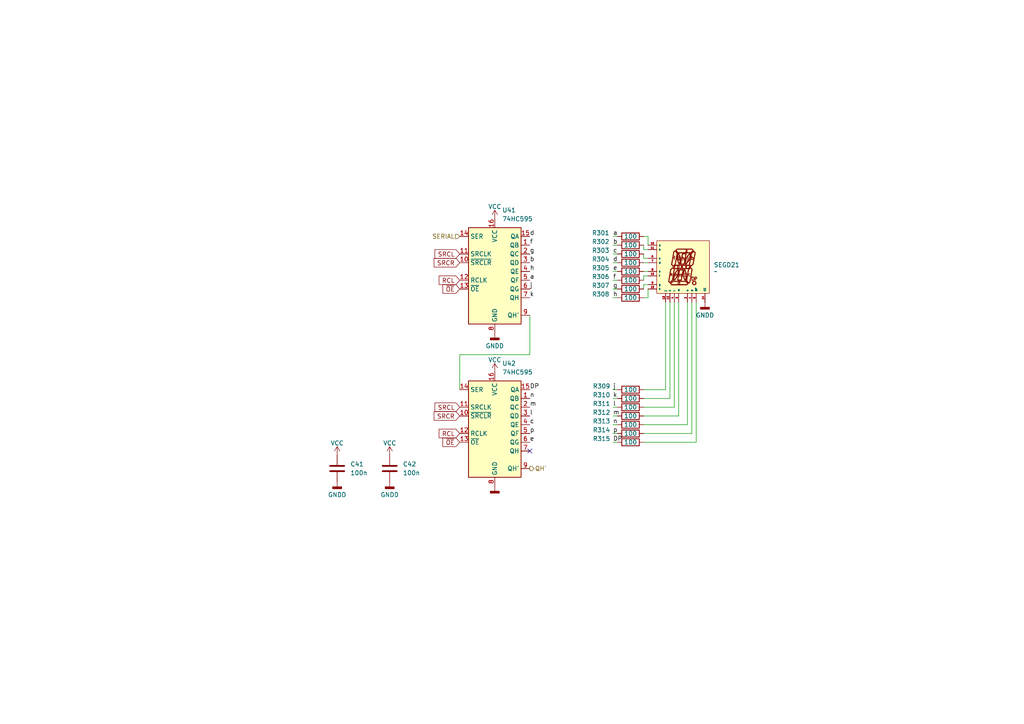
<source format=kicad_sch>
(kicad_sch (version 20250114) (generator "eeschema") (generator_version "9.0")
  (paper "A4")
  (lib_symbols
    (symbol "74xx:74HC595"
      (property "Reference" "U" (at -7.62 13.97 0))
      (property "Value" "74HC595" (at -7.62 -16.51 0))
      (symbol "74HC595_1_0"
        (pin input line (at -10.16 10.16 0) (length 2.54) (name "SER") (number "14"))
        (pin input line (at -10.16 5.08 0) (length 2.54) (name "SRCLK") (number "11"))
        (pin input line (at -10.16 2.54 0) (length 2.54) (name "~{SRCLR}") (number "10"))
        (pin input line (at -10.16 -2.54 0) (length 2.54) (name "RCLK") (number "12"))
        (pin input line (at -10.16 -5.08 0) (length 2.54) (name "~{OE}") (number "13"))
        (pin power_in line (at 0 15.24 270) (length 2.54) (name "VCC") (number "16"))
        (pin power_in line (at 0 -17.78 90) (length 2.54) (name "GND") (number "8"))
        (pin tri_state line (at 10.16 10.16 180) (length 2.54) (name "QA") (number "15"))
        (pin tri_state line (at 10.16 7.62 180) (length 2.54) (name "QB") (number "1"))
        (pin tri_state line (at 10.16 5.08 180) (length 2.54) (name "QC") (number "2"))
        (pin tri_state line (at 10.16 2.54 180) (length 2.54) (name "QD") (number "3"))
        (pin tri_state line (at 10.16 0 180) (length 2.54) (name "QE") (number "4"))
        (pin tri_state line (at 10.16 -2.54 180) (length 2.54) (name "QF") (number "5"))
        (pin tri_state line (at 10.16 -5.08 180) (length 2.54) (name "QG") (number "6"))
        (pin tri_state line (at 10.16 -7.62 180) (length 2.54) (name "QH") (number "7"))
        (pin output line (at 10.16 -12.7 180) (length 2.54) (name "QH'") (number "9"))
      )
    )
    (symbol "Device:C" (pin_numbers (hide yes)) (pin_names (offset 0.254))
      (property "Reference" "C" (at 0.635 2.54 0))
      (property "Value" "C" (at 0.635 -2.54 0))
      (symbol "C_1_1"
        (pin passive line (at 0 3.81 270) (length 2.794) (name "~") (number "1"))
        (pin passive line (at 0 -3.81 90) (length 2.794) (name "~") (number "2"))
      )
    )
    (symbol "Device:R" (pin_numbers (hide yes)) (pin_names (offset 0))
      (property "Reference" "R" (at 2.032 0 90))
      (property "Value" "R" (at 0 0 90))
      (symbol "R_1_1"
        (pin passive line (at 0 3.81 270) (length 1.27) (name "~") (number "1"))
        (pin passive line (at 0 -3.81 90) (length 1.27) (name "~") (number "2"))
      )
    )
    (symbol "External_Parts:ACPSC04-41SEKWA"
      (property "Reference" "SEGD" (at 0 8.89 0))
      (symbol "ACPSC04-41SEKWA_1_1"
        (pin passive line (at -10.16 6.35 0) (length 2.54) (name "a") (number "10"))
        (pin passive line (at -10.16 5.08 0) (length 2.54) (name "b") (number "11"))
        (pin passive line (at -10.16 2.54 0) (length 2.54) (name "c") (number "6"))
        (pin passive line (at -10.16 1.27 0) (length 2.54) (name "d") (number "7"))
        (pin passive line (at -10.16 -1.27 0) (length 2.54) (name "e") (number "8"))
        (pin passive line (at -10.16 -2.54 0) (length 2.54) (name "f") (number "16"))
        (pin passive line (at -10.16 -5.08 0) (length 2.54) (name "g") (number "9"))
        (pin passive line (at -10.16 -6.35 0) (length 2.54) (name "h") (number "15"))
        (pin passive line (at -5.08 -10.16 90) (length 2.54) (name "j") (number "13"))
        (pin passive line (at -3.81 -10.16 90) (length 2.54) (name "k") (number "12"))
        (pin passive line (at -2.54 -10.16 90) (length 2.54) (name "l") (number "4"))
        (pin passive line (at -1.27 -10.16 90) (length 2.54) (name "m") (number "3"))
        (pin passive line (at 1.27 -10.16 90) (length 2.54) (name "n") (number "2"))
        (pin passive line (at 2.54 -10.16 90) (length 2.54) (name "p") (number "1"))
        (pin passive line (at 3.81 -10.16 90) (length 2.54) (name "DP") (number "5"))
        (pin passive line (at 6.35 -10.16 90) (length 2.54) (name "CC") (number "14"))
      )
    )
    (symbol "power:GNDD" (power) (pin_numbers (hide yes)) (pin_names (offset 0) (hide yes))
      (property "Value" "GNDD" (at 0 -3.175 0))
      (symbol "GNDD_1_1"
        (pin power_in line (at 0 0 270) (length 0) (name "~") (number "1"))
      )
    )
    (symbol "power:VCC" (power) (pin_numbers (hide yes)) (pin_names (offset 0) (hide yes))
      (property "Value" "VCC" (at 0 3.556 0))
      (symbol "VCC_1_1"
        (pin power_in line (at 0 0 90) (length 0) (name "~") (number "1"))
      )
    )
  )
  (no_connect (at 153.67 130.81))
  (wire (pts (xy 186.69 78.74) (xy 187.96 78.74)))
  (wire (pts (xy 186.69 118.11) (xy 195.58 118.11)))
  (wire (pts (xy 195.58 118.11) (xy 195.58 87.63)))
  (wire (pts (xy 186.69 120.65) (xy 196.85 120.65)))
  (wire (pts (xy 186.69 125.73) (xy 200.66 125.73)))
  (wire (pts (xy 179.07 118.11) (xy 177.8 118.11)))
  (wire (pts (xy 153.67 91.44) (xy 153.67 102.87)))
  (wire (pts (xy 186.69 82.55) (xy 186.69 83.82)))
  (wire (pts (xy 177.8 68.58) (xy 179.07 68.58)))
  (wire (pts (xy 186.69 72.39) (xy 187.96 72.39)))
  (wire (pts (xy 186.69 86.36) (xy 187.96 86.36)))
  (wire (pts (xy 179.07 123.19) (xy 177.8 123.19)))
  (wire (pts (xy 194.31 115.57) (xy 194.31 87.63)))
  (wire (pts (xy 177.8 73.66) (xy 179.07 73.66)))
  (wire (pts (xy 186.69 115.57) (xy 194.31 115.57)))
  (wire (pts (xy 193.04 113.03) (xy 193.04 87.63)))
  (wire (pts (xy 186.69 80.01) (xy 186.69 81.28)))
  (wire (pts (xy 177.8 128.27) (xy 179.07 128.27)))
  (wire (pts (xy 186.69 80.01) (xy 187.96 80.01)))
  (wire (pts (xy 187.96 68.58) (xy 186.69 68.58)))
  (wire (pts (xy 186.69 74.93) (xy 186.69 73.66)))
  (wire (pts (xy 187.96 86.36) (xy 187.96 83.82)))
  (wire (pts (xy 179.07 125.73) (xy 177.8 125.73)))
  (wire (pts (xy 133.35 102.87) (xy 133.35 113.03)))
  (wire (pts (xy 199.39 123.19) (xy 199.39 87.63)))
  (wire (pts (xy 186.69 128.27) (xy 201.93 128.27)))
  (wire (pts (xy 201.93 128.27) (xy 201.93 87.63)))
  (wire (pts (xy 200.66 125.73) (xy 200.66 87.63)))
  (wire (pts (xy 196.85 120.65) (xy 196.85 87.63)))
  (wire (pts (xy 186.69 74.93) (xy 187.96 74.93)))
  (wire (pts (xy 186.69 113.03) (xy 193.04 113.03)))
  (wire (pts (xy 186.69 123.19) (xy 199.39 123.19)))
  (wire (pts (xy 179.07 120.65) (xy 177.8 120.65)))
  (wire (pts (xy 186.69 76.2) (xy 187.96 76.2)))
  (wire (pts (xy 187.96 71.12) (xy 187.96 68.58)))
  (wire (pts (xy 177.8 71.12) (xy 179.07 71.12)))
  (wire (pts (xy 177.8 78.74) (xy 179.07 78.74)))
  (wire (pts (xy 153.67 102.87) (xy 133.35 102.87)))
  (wire (pts (xy 186.69 82.55) (xy 187.96 82.55)))
  (wire (pts (xy 177.8 76.2) (xy 179.07 76.2)))
  (wire (pts (xy 177.8 81.28) (xy 179.07 81.28)))
  (wire (pts (xy 179.07 113.03) (xy 177.8 113.03)))
  (wire (pts (xy 177.8 86.36) (xy 179.07 86.36)))
  (wire (pts (xy 177.8 83.82) (xy 179.07 83.82)))
  (wire (pts (xy 179.07 115.57) (xy 177.8 115.57)))
  (wire (pts (xy 186.69 72.39) (xy 186.69 71.12)))
  (label "l" (at 177.8 118.11 0))
  (label "c" (at 177.8 73.66 0))
  (label "k" (at 153.67 86.36 0))
  (label "m" (at 177.8 120.65 0))
  (label "a" (at 177.8 68.58 0))
  (label "p" (at 153.67 125.73 0))
  (label "a" (at 153.67 81.28 0))
  (label "h" (at 153.67 78.74 0))
  (label "DP" (at 153.67 113.03 0))
  (label "j" (at 177.8 113.03 0))
  (label "j" (at 153.67 83.82 0))
  (label "p" (at 177.8 125.73 0))
  (label "d" (at 153.67 68.58 0))
  (label "e" (at 177.8 78.74 0))
  (label "g" (at 177.8 83.82 0))
  (label "b" (at 153.67 76.2 0))
  (label "DP" (at 177.8 128.27 0))
  (label "m" (at 153.67 118.11 0))
  (label "c" (at 153.67 123.19 0))
  (label "f" (at 177.8 81.28 0))
  (label "d" (at 177.8 76.2 0))
  (label "b" (at 177.8 71.12 0))
  (label "f" (at 153.67 71.12 0))
  (label "h" (at 177.8 86.36 0))
  (label "l" (at 153.67 120.65 0))
  (label "n" (at 177.8 123.19 0))
  (label "g" (at 153.67 73.66 0))
  (label "k" (at 177.8 115.57 0))
  (label "e" (at 153.67 128.27 0))
  (label "n" (at 153.67 115.57 0))
  (global_label "SRCL" (shape input) (at 133.35 118.11 180) (property "Intersheetrefs" "${INTERSHEET_REFS}" (effects (hide yes))))
  (global_label "SRCL" (shape input) (at 133.35 73.66 180) (property "Intersheetrefs" "${INTERSHEET_REFS}" (effects (hide yes))))
  (global_label "SRCR" (shape input) (at 133.35 76.2 180) (property "Intersheetrefs" "${INTERSHEET_REFS}" (effects (hide yes))))
  (global_label "RCL" (shape input) (at 133.35 81.28 180) (property "Intersheetrefs" "${INTERSHEET_REFS}" (effects (hide yes))))
  (global_label "RCL" (shape input) (at 133.35 125.73 180) (property "Intersheetrefs" "${INTERSHEET_REFS}" (effects (hide yes))))
  (global_label "~{OE}" (shape input) (at 133.35 83.82 180) (property "Intersheetrefs" "${INTERSHEET_REFS}" (effects (hide yes))))
  (global_label "~{OE}" (shape input) (at 133.35 128.27 180) (property "Intersheetrefs" "${INTERSHEET_REFS}" (effects (hide yes))))
  (global_label "SRCR" (shape input) (at 133.35 120.65 180) (property "Intersheetrefs" "${INTERSHEET_REFS}" (effects (hide yes))))
  (hierarchical_label "SERIAL" (shape input) (at 133.35 68.58 180))
  (hierarchical_label "QH'" (shape output) (at 153.67 135.89 0))
  (symbol (lib_id "External_Parts:ACPSC04-41SEKWA") (at 198.12 77.47 0) (unit 1)
    (property "Reference" "SEGD1" (at 207.01 76.8349 0) (effects (justify left)))
    (property "Value" "~" (at 207.01 78.74 0) (effects (justify left)))
    (property "Footprint" "External_Parts:ACPSC04-41SEKWA" (effects (hide yes)))
    (property "DigiKey" "ACPSC04-41SEKWA" (effects (hide yes)))
    (instances (project "Display" (path "" (reference "SEGD21") (unit 1)) (path "" (reference "SEGD25") (unit 1)) (path "" (reference "SEGD11") (unit 1)) (path "" (reference "SEGD18") (unit 1)) (path "" (reference "SEGD3") (unit 1)) (path "" (reference "SEGD5") (unit 1)) (path "" (reference "SEGD8") (unit 1)) (path "" (reference "SEGD4") (unit 1)) (path "" (reference "SEGD26") (unit 1)) (path "" (reference "SEGD17") (unit 1)) (path "" (reference "SEGD7") (unit 1)) (path "" (reference "SEGD9") (unit 1)) (path "" (reference "SEGD23") (unit 1)) (path "" (reference "SEGD27") (unit 1)) (path "" (reference "SEGD28") (unit 1)) (path "" (reference "SEGD19") (unit 1)) (path "" (reference "SEGD16") (unit 1)) (path "" (reference "SEGD14") (unit 1)) (path "" (reference "SEGD13") (unit 1)) (path "" (reference "SEGD20") (unit 1)) (path "" (reference "SEGD10") (unit 1)) (path "" (reference "SEGD1") (unit 1)) (path "" (reference "SEGD2") (unit 1)) (path "" (reference "SEGD22") (unit 1)) (path "" (reference "SEGD12") (unit 1)) (path "" (reference "SEGD6") (unit 1)) (path "" (reference "SEGD24") (unit 1)) (path "" (reference "SEGD15") (unit 1))))
  )
  (symbol (lib_id "power:VCC") (at 97.79 132.08 0) (unit 1)
    (property "Reference" "#PWR0115" (effects (hide yes)))
    (property "Value" "VCC" (at 97.79 128.524 0))
    (property "Description" "Power symbol creates a global label with name \"VCC\"" (effects (hide yes)))
    (instances (project "Display" (path "" (reference "#PWR0183") (unit 1)) (path "" (reference "#PWR0219") (unit 1)) (path "" (reference "#PWR089") (unit 1)) (path "" (reference "#PWR0156") (unit 1)) (path "" (reference "#PWR08") (unit 1)) (path "" (reference "#PWR035") (unit 1)) (path "" (reference "#PWR062") (unit 1)) (path "" (reference "#PWR026") (unit 1)) (path "" (reference "#PWR0228") (unit 1)) (path "" (reference "#PWR0147") (unit 1)) (path "" (reference "#PWR053") (unit 1)) (path "" (reference "#PWR071") (unit 1)) (path "" (reference "#PWR0201") (unit 1)) (path "" (reference "#PWR0237") (unit 1)) (path "" (reference "#PWR0264") (unit 1)) (path "" (reference "#PWR0165") (unit 1)) (path "" (reference "#PWR0138") (unit 1)) (path "" (reference "#PWR0120") (unit 1)) (path "" (reference "#PWR0107") (unit 1)) (path "" (reference "#PWR0174") (unit 1)) (path "" (reference "#PWR080") (unit 1)) (path "" (reference "#PWR0115") (unit 1)) (path "" (reference "#PWR010") (unit 1)) (path "" (reference "#PWR0192") (unit 1)) (path "" (reference "#PWR098") (unit 1)) (path "" (reference "#PWR044") (unit 1)) (path "" (reference "#PWR0210") (unit 1)) (path "" (reference "#PWR0129") (unit 1))))
  )
  (symbol (lib_id "Device:R") (at 182.88 78.74 90) (unit 1)
    (property "Reference" "R5" (at 176.784 77.724 90) (effects (justify left)))
    (property "Value" "100" (at 182.88 78.74 90))
    (property "Footprint" "Resistor_SMD:R_0402_1005Metric_Pad0.72x0.64mm_HandSolder" (effects (hide yes)))
    (property "Datasheet" "https://jlcpcb.com/api/file/downloadByFileSystemAccessId/8579705907481001984" (effects (hide yes)))
    (property "Description" "Resistor" (effects (hide yes)))
    (property "LCSC" "C25076" (effects (hide yes)))
    (instances (project "Display" (path "" (reference "R305") (unit 1)) (path "" (reference "R365") (unit 1)) (path "" (reference "R155") (unit 1)) (path "" (reference "R260") (unit 1)) (path "" (reference "R35") (unit 1)) (path "" (reference "R65") (unit 1)) (path "" (reference "R110") (unit 1)) (path "" (reference "R50") (unit 1)) (path "" (reference "R380") (unit 1)) (path "" (reference "R245") (unit 1)) (path "" (reference "R95") (unit 1)) (path "" (reference "R125") (unit 1)) (path "" (reference "R335") (unit 1)) (path "" (reference "R395") (unit 1)) (path "" (reference "R410") (unit 1)) (path "" (reference "R275") (unit 1)) (path "" (reference "R230") (unit 1)) (path "" (reference "R200") (unit 1)) (path "" (reference "R185") (unit 1)) (path "" (reference "R290") (unit 1)) (path "" (reference "R140") (unit 1)) (path "" (reference "R5") (unit 1)) (path "" (reference "R20") (unit 1)) (path "" (reference "R320") (unit 1)) (path "" (reference "R170") (unit 1)) (path "" (reference "R80") (unit 1)) (path "" (reference "R350") (unit 1)) (path "" (reference "R215") (unit 1))))
  )
  (symbol (lib_id "Device:R") (at 182.88 115.57 90) (unit 1)
    (property "Reference" "R10" (at 177.038 114.554 90) (effects (justify left)))
    (property "Value" "100" (at 182.88 115.57 90))
    (property "Footprint" "Resistor_SMD:R_0402_1005Metric_Pad0.72x0.64mm_HandSolder" (effects (hide yes)))
    (property "Datasheet" "https://jlcpcb.com/api/file/downloadByFileSystemAccessId/8579705907481001984" (effects (hide yes)))
    (property "Description" "Resistor" (effects (hide yes)))
    (property "LCSC" "C25076" (effects (hide yes)))
    (instances (project "Display" (path "" (reference "R310") (unit 1)) (path "" (reference "R370") (unit 1)) (path "" (reference "R160") (unit 1)) (path "" (reference "R265") (unit 1)) (path "" (reference "R40") (unit 1)) (path "" (reference "R70") (unit 1)) (path "" (reference "R115") (unit 1)) (path "" (reference "R55") (unit 1)) (path "" (reference "R385") (unit 1)) (path "" (reference "R250") (unit 1)) (path "" (reference "R100") (unit 1)) (path "" (reference "R130") (unit 1)) (path "" (reference "R340") (unit 1)) (path "" (reference "R400") (unit 1)) (path "" (reference "R415") (unit 1)) (path "" (reference "R280") (unit 1)) (path "" (reference "R235") (unit 1)) (path "" (reference "R205") (unit 1)) (path "" (reference "R190") (unit 1)) (path "" (reference "R295") (unit 1)) (path "" (reference "R145") (unit 1)) (path "" (reference "R10") (unit 1)) (path "" (reference "R25") (unit 1)) (path "" (reference "R325") (unit 1)) (path "" (reference "R175") (unit 1)) (path "" (reference "R85") (unit 1)) (path "" (reference "R355") (unit 1)) (path "" (reference "R220") (unit 1))))
  )
  (symbol (lib_id "Device:R") (at 182.88 83.82 90) (unit 1)
    (property "Reference" "R7" (at 176.784 82.804 90) (effects (justify left)))
    (property "Value" "100" (at 182.88 83.82 90))
    (property "Footprint" "Resistor_SMD:R_0402_1005Metric_Pad0.72x0.64mm_HandSolder" (effects (hide yes)))
    (property "Datasheet" "https://jlcpcb.com/api/file/downloadByFileSystemAccessId/8579705907481001984" (effects (hide yes)))
    (property "Description" "Resistor" (effects (hide yes)))
    (property "LCSC" "C25076" (effects (hide yes)))
    (instances (project "Display" (path "" (reference "R307") (unit 1)) (path "" (reference "R367") (unit 1)) (path "" (reference "R157") (unit 1)) (path "" (reference "R262") (unit 1)) (path "" (reference "R37") (unit 1)) (path "" (reference "R67") (unit 1)) (path "" (reference "R112") (unit 1)) (path "" (reference "R52") (unit 1)) (path "" (reference "R382") (unit 1)) (path "" (reference "R247") (unit 1)) (path "" (reference "R97") (unit 1)) (path "" (reference "R127") (unit 1)) (path "" (reference "R337") (unit 1)) (path "" (reference "R397") (unit 1)) (path "" (reference "R412") (unit 1)) (path "" (reference "R277") (unit 1)) (path "" (reference "R232") (unit 1)) (path "" (reference "R202") (unit 1)) (path "" (reference "R187") (unit 1)) (path "" (reference "R292") (unit 1)) (path "" (reference "R142") (unit 1)) (path "" (reference "R7") (unit 1)) (path "" (reference "R22") (unit 1)) (path "" (reference "R322") (unit 1)) (path "" (reference "R172") (unit 1)) (path "" (reference "R82") (unit 1)) (path "" (reference "R352") (unit 1)) (path "" (reference "R217") (unit 1))))
  )
  (symbol (lib_id "Device:R") (at 182.88 118.11 90) (unit 1)
    (property "Reference" "R11" (at 177.038 117.094 90) (effects (justify left)))
    (property "Value" "100" (at 182.88 118.11 90))
    (property "Footprint" "Resistor_SMD:R_0402_1005Metric_Pad0.72x0.64mm_HandSolder" (effects (hide yes)))
    (property "Datasheet" "https://jlcpcb.com/api/file/downloadByFileSystemAccessId/8579705907481001984" (effects (hide yes)))
    (property "Description" "Resistor" (effects (hide yes)))
    (property "LCSC" "C25076" (effects (hide yes)))
    (instances (project "Display" (path "" (reference "R311") (unit 1)) (path "" (reference "R371") (unit 1)) (path "" (reference "R161") (unit 1)) (path "" (reference "R266") (unit 1)) (path "" (reference "R41") (unit 1)) (path "" (reference "R71") (unit 1)) (path "" (reference "R116") (unit 1)) (path "" (reference "R56") (unit 1)) (path "" (reference "R386") (unit 1)) (path "" (reference "R251") (unit 1)) (path "" (reference "R101") (unit 1)) (path "" (reference "R131") (unit 1)) (path "" (reference "R341") (unit 1)) (path "" (reference "R401") (unit 1)) (path "" (reference "R416") (unit 1)) (path "" (reference "R281") (unit 1)) (path "" (reference "R236") (unit 1)) (path "" (reference "R206") (unit 1)) (path "" (reference "R191") (unit 1)) (path "" (reference "R296") (unit 1)) (path "" (reference "R146") (unit 1)) (path "" (reference "R11") (unit 1)) (path "" (reference "R26") (unit 1)) (path "" (reference "R326") (unit 1)) (path "" (reference "R176") (unit 1)) (path "" (reference "R86") (unit 1)) (path "" (reference "R356") (unit 1)) (path "" (reference "R221") (unit 1))))
  )
  (symbol (lib_id "power:GNDD") (at 143.51 96.52 0) (unit 1)
    (property "Reference" "#PWR01" (effects (hide yes)))
    (property "Value" "GNDD" (at 143.51 100.33 0))
    (property "Description" "Power symbol creates a global label with name \"GNDD\" , digital ground" (effects (hide yes)))
    (instances (project "Display" (path "" (reference "#PWR0188") (unit 1)) (path "" (reference "#PWR0224") (unit 1)) (path "" (reference "#PWR094") (unit 1)) (path "" (reference "#PWR0161") (unit 1)) (path "" (reference "#PWR022") (unit 1)) (path "" (reference "#PWR040") (unit 1)) (path "" (reference "#PWR067") (unit 1)) (path "" (reference "#PWR031") (unit 1)) (path "" (reference "#PWR0233") (unit 1)) (path "" (reference "#PWR0152") (unit 1)) (path "" (reference "#PWR058") (unit 1)) (path "" (reference "#PWR076") (unit 1)) (path "" (reference "#PWR0206") (unit 1)) (path "" (reference "#PWR0242") (unit 1)) (path "" (reference "#PWR0269") (unit 1)) (path "" (reference "#PWR0170") (unit 1)) (path "" (reference "#PWR0143") (unit 1)) (path "" (reference "#PWR0125") (unit 1)) (path "" (reference "#PWR0116") (unit 1)) (path "" (reference "#PWR0179") (unit 1)) (path "" (reference "#PWR085") (unit 1)) (path "" (reference "#PWR01") (unit 1)) (path "" (reference "#PWR015") (unit 1)) (path "" (reference "#PWR0197") (unit 1)) (path "" (reference "#PWR0103") (unit 1)) (path "" (reference "#PWR049") (unit 1)) (path "" (reference "#PWR0215") (unit 1)) (path "" (reference "#PWR0134") (unit 1))))
  )
  (symbol (lib_id "Device:R") (at 182.88 123.19 90) (unit 1)
    (property "Reference" "R13" (at 177.038 122.174 90) (effects (justify left)))
    (property "Value" "100" (at 182.88 123.19 90))
    (property "Footprint" "Resistor_SMD:R_0402_1005Metric_Pad0.72x0.64mm_HandSolder" (effects (hide yes)))
    (property "Datasheet" "https://jlcpcb.com/api/file/downloadByFileSystemAccessId/8579705907481001984" (effects (hide yes)))
    (property "Description" "Resistor" (effects (hide yes)))
    (property "LCSC" "C25076" (effects (hide yes)))
    (instances (project "Display" (path "" (reference "R313") (unit 1)) (path "" (reference "R373") (unit 1)) (path "" (reference "R163") (unit 1)) (path "" (reference "R268") (unit 1)) (path "" (reference "R43") (unit 1)) (path "" (reference "R73") (unit 1)) (path "" (reference "R118") (unit 1)) (path "" (reference "R58") (unit 1)) (path "" (reference "R388") (unit 1)) (path "" (reference "R253") (unit 1)) (path "" (reference "R103") (unit 1)) (path "" (reference "R133") (unit 1)) (path "" (reference "R343") (unit 1)) (path "" (reference "R403") (unit 1)) (path "" (reference "R418") (unit 1)) (path "" (reference "R283") (unit 1)) (path "" (reference "R238") (unit 1)) (path "" (reference "R208") (unit 1)) (path "" (reference "R193") (unit 1)) (path "" (reference "R298") (unit 1)) (path "" (reference "R148") (unit 1)) (path "" (reference "R13") (unit 1)) (path "" (reference "R28") (unit 1)) (path "" (reference "R328") (unit 1)) (path "" (reference "R178") (unit 1)) (path "" (reference "R88") (unit 1)) (path "" (reference "R358") (unit 1)) (path "" (reference "R223") (unit 1))))
  )
  (symbol (lib_id "power:GNDD") (at 204.47 87.63 0) (unit 1)
    (property "Reference" "#PWR02" (effects (hide yes)))
    (property "Value" "GNDD" (at 204.47 91.44 0))
    (property "Description" "Power symbol creates a global label with name \"GNDD\" , digital ground" (effects (hide yes)))
    (instances (project "Display" (path "" (reference "#PWR0191") (unit 1)) (path "" (reference "#PWR0227") (unit 1)) (path "" (reference "#PWR097") (unit 1)) (path "" (reference "#PWR0164") (unit 1)) (path "" (reference "#PWR025") (unit 1)) (path "" (reference "#PWR043") (unit 1)) (path "" (reference "#PWR070") (unit 1)) (path "" (reference "#PWR034") (unit 1)) (path "" (reference "#PWR0236") (unit 1)) (path "" (reference "#PWR0155") (unit 1)) (path "" (reference "#PWR061") (unit 1)) (path "" (reference "#PWR079") (unit 1)) (path "" (reference "#PWR0209") (unit 1)) (path "" (reference "#PWR0263") (unit 1)) (path "" (reference "#PWR0272") (unit 1)) (path "" (reference "#PWR0173") (unit 1)) (path "" (reference "#PWR0146") (unit 1)) (path "" (reference "#PWR0128") (unit 1)) (path "" (reference "#PWR0119") (unit 1)) (path "" (reference "#PWR0182") (unit 1)) (path "" (reference "#PWR088") (unit 1)) (path "" (reference "#PWR02") (unit 1)) (path "" (reference "#PWR018") (unit 1)) (path "" (reference "#PWR0200") (unit 1)) (path "" (reference "#PWR0106") (unit 1)) (path "" (reference "#PWR052") (unit 1)) (path "" (reference "#PWR0218") (unit 1)) (path "" (reference "#PWR0137") (unit 1))))
  )
  (symbol (lib_id "Device:R") (at 182.88 76.2 90) (unit 1)
    (property "Reference" "R4" (at 176.784 75.184 90) (effects (justify left)))
    (property "Value" "100" (at 182.88 76.2 90))
    (property "Footprint" "Resistor_SMD:R_0402_1005Metric_Pad0.72x0.64mm_HandSolder" (effects (hide yes)))
    (property "Datasheet" "https://jlcpcb.com/api/file/downloadByFileSystemAccessId/8579705907481001984" (effects (hide yes)))
    (property "Description" "Resistor" (effects (hide yes)))
    (property "LCSC" "C25076" (effects (hide yes)))
    (instances (project "Display" (path "" (reference "R304") (unit 1)) (path "" (reference "R364") (unit 1)) (path "" (reference "R154") (unit 1)) (path "" (reference "R259") (unit 1)) (path "" (reference "R34") (unit 1)) (path "" (reference "R64") (unit 1)) (path "" (reference "R109") (unit 1)) (path "" (reference "R49") (unit 1)) (path "" (reference "R379") (unit 1)) (path "" (reference "R244") (unit 1)) (path "" (reference "R94") (unit 1)) (path "" (reference "R124") (unit 1)) (path "" (reference "R334") (unit 1)) (path "" (reference "R394") (unit 1)) (path "" (reference "R409") (unit 1)) (path "" (reference "R274") (unit 1)) (path "" (reference "R229") (unit 1)) (path "" (reference "R199") (unit 1)) (path "" (reference "R184") (unit 1)) (path "" (reference "R289") (unit 1)) (path "" (reference "R139") (unit 1)) (path "" (reference "R4") (unit 1)) (path "" (reference "R19") (unit 1)) (path "" (reference "R319") (unit 1)) (path "" (reference "R169") (unit 1)) (path "" (reference "R79") (unit 1)) (path "" (reference "R349") (unit 1)) (path "" (reference "R214") (unit 1))))
  )
  (symbol (lib_id "74xx:74HC595") (at 143.51 78.74 0) (unit 1)
    (property "Reference" "U1" (at 145.6533 60.96 0) (effects (justify left)))
    (property "Value" "74HC595" (at 145.6533 63.5 0) (effects (justify left)))
    (property "Footprint" "Package_SO:TSSOP-16_4.4x5mm_P0.65mm" (effects (hide yes)))
    (property "Datasheet" "http://www.ti.com/lit/ds/symlink/sn74hc595.pdf" (effects (hide yes)))
    (property "Description" "8-bit serial in/out Shift Register 3-State Outputs" (effects (hide yes)))
    (property "DigiKey" "74HC595PW,118" (effects (hide yes)))
    (instances (project "Display" (path "" (reference "U41") (unit 1)) (path "" (reference "U49") (unit 1)) (path "" (reference "U21") (unit 1)) (path "" (reference "U35") (unit 1)) (path "" (reference "U5") (unit 1)) (path "" (reference "U9") (unit 1)) (path "" (reference "U15") (unit 1)) (path "" (reference "U7") (unit 1)) (path "" (reference "U51") (unit 1)) (path "" (reference "U33") (unit 1)) (path "" (reference "U13") (unit 1)) (path "" (reference "U17") (unit 1)) (path "" (reference "U45") (unit 1)) (path "" (reference "U53") (unit 1)) (path "" (reference "U55") (unit 1)) (path "" (reference "U37") (unit 1)) (path "" (reference "U31") (unit 1)) (path "" (reference "U27") (unit 1)) (path "" (reference "U25") (unit 1)) (path "" (reference "U39") (unit 1)) (path "" (reference "U19") (unit 1)) (path "" (reference "U1") (unit 1)) (path "" (reference "U3") (unit 1)) (path "" (reference "U43") (unit 1)) (path "" (reference "U23") (unit 1)) (path "" (reference "U11") (unit 1)) (path "" (reference "U47") (unit 1)) (path "" (reference "U29") (unit 1))))
  )
  (symbol (lib_id "Device:R") (at 182.88 125.73 90) (unit 1)
    (property "Reference" "R14" (at 177.038 124.714 90) (effects (justify left)))
    (property "Value" "100" (at 182.88 125.73 90))
    (property "Footprint" "Resistor_SMD:R_0402_1005Metric_Pad0.72x0.64mm_HandSolder" (effects (hide yes)))
    (property "Datasheet" "https://jlcpcb.com/api/file/downloadByFileSystemAccessId/8579705907481001984" (effects (hide yes)))
    (property "Description" "Resistor" (effects (hide yes)))
    (property "LCSC" "C25076" (effects (hide yes)))
    (instances (project "Display" (path "" (reference "R314") (unit 1)) (path "" (reference "R374") (unit 1)) (path "" (reference "R164") (unit 1)) (path "" (reference "R269") (unit 1)) (path "" (reference "R44") (unit 1)) (path "" (reference "R74") (unit 1)) (path "" (reference "R119") (unit 1)) (path "" (reference "R59") (unit 1)) (path "" (reference "R389") (unit 1)) (path "" (reference "R254") (unit 1)) (path "" (reference "R104") (unit 1)) (path "" (reference "R134") (unit 1)) (path "" (reference "R344") (unit 1)) (path "" (reference "R404") (unit 1)) (path "" (reference "R419") (unit 1)) (path "" (reference "R284") (unit 1)) (path "" (reference "R239") (unit 1)) (path "" (reference "R209") (unit 1)) (path "" (reference "R194") (unit 1)) (path "" (reference "R299") (unit 1)) (path "" (reference "R149") (unit 1)) (path "" (reference "R14") (unit 1)) (path "" (reference "R29") (unit 1)) (path "" (reference "R329") (unit 1)) (path "" (reference "R179") (unit 1)) (path "" (reference "R89") (unit 1)) (path "" (reference "R359") (unit 1)) (path "" (reference "R224") (unit 1))))
  )
  (symbol (lib_id "power:GNDD") (at 143.51 140.97 0) (unit 1)
    (property "Reference" "#PWR05" (effects (hide yes)))
    (property "Value" "GNDD" (effects (hide yes)))
    (property "Description" "Power symbol creates a global label with name \"GNDD\" , digital ground" (effects (hide yes)))
    (instances (project "Display" (path "" (reference "#PWR0190") (unit 1)) (path "" (reference "#PWR0226") (unit 1)) (path "" (reference "#PWR096") (unit 1)) (path "" (reference "#PWR0163") (unit 1)) (path "" (reference "#PWR024") (unit 1)) (path "" (reference "#PWR042") (unit 1)) (path "" (reference "#PWR069") (unit 1)) (path "" (reference "#PWR033") (unit 1)) (path "" (reference "#PWR0235") (unit 1)) (path "" (reference "#PWR0154") (unit 1)) (path "" (reference "#PWR060") (unit 1)) (path "" (reference "#PWR078") (unit 1)) (path "" (reference "#PWR0208") (unit 1)) (path "" (reference "#PWR0262") (unit 1)) (path "" (reference "#PWR0271") (unit 1)) (path "" (reference "#PWR0172") (unit 1)) (path "" (reference "#PWR0145") (unit 1)) (path "" (reference "#PWR0127") (unit 1)) (path "" (reference "#PWR0118") (unit 1)) (path "" (reference "#PWR0181") (unit 1)) (path "" (reference "#PWR087") (unit 1)) (path "" (reference "#PWR05") (unit 1)) (path "" (reference "#PWR017") (unit 1)) (path "" (reference "#PWR0199") (unit 1)) (path "" (reference "#PWR0105") (unit 1)) (path "" (reference "#PWR051") (unit 1)) (path "" (reference "#PWR0217") (unit 1)) (path "" (reference "#PWR0136") (unit 1))))
  )
  (symbol (lib_id "Device:R") (at 182.88 113.03 90) (unit 1)
    (property "Reference" "R9" (at 177.038 112.014 90) (effects (justify left)))
    (property "Value" "100" (at 182.88 113.03 90))
    (property "Footprint" "Resistor_SMD:R_0402_1005Metric_Pad0.72x0.64mm_HandSolder" (effects (hide yes)))
    (property "Datasheet" "https://jlcpcb.com/api/file/downloadByFileSystemAccessId/8579705907481001984" (effects (hide yes)))
    (property "Description" "Resistor" (effects (hide yes)))
    (property "LCSC" "C25076" (effects (hide yes)))
    (instances (project "Display" (path "" (reference "R309") (unit 1)) (path "" (reference "R369") (unit 1)) (path "" (reference "R159") (unit 1)) (path "" (reference "R264") (unit 1)) (path "" (reference "R39") (unit 1)) (path "" (reference "R69") (unit 1)) (path "" (reference "R114") (unit 1)) (path "" (reference "R54") (unit 1)) (path "" (reference "R384") (unit 1)) (path "" (reference "R249") (unit 1)) (path "" (reference "R99") (unit 1)) (path "" (reference "R129") (unit 1)) (path "" (reference "R339") (unit 1)) (path "" (reference "R399") (unit 1)) (path "" (reference "R414") (unit 1)) (path "" (reference "R279") (unit 1)) (path "" (reference "R234") (unit 1)) (path "" (reference "R204") (unit 1)) (path "" (reference "R189") (unit 1)) (path "" (reference "R294") (unit 1)) (path "" (reference "R144") (unit 1)) (path "" (reference "R9") (unit 1)) (path "" (reference "R24") (unit 1)) (path "" (reference "R324") (unit 1)) (path "" (reference "R174") (unit 1)) (path "" (reference "R84") (unit 1)) (path "" (reference "R354") (unit 1)) (path "" (reference "R219") (unit 1))))
  )
  (symbol (lib_id "Device:R") (at 182.88 71.12 90) (unit 1)
    (property "Reference" "R2" (at 176.784 70.104 90) (effects (justify left)))
    (property "Value" "100" (at 182.88 71.12 90))
    (property "Footprint" "Resistor_SMD:R_0402_1005Metric_Pad0.72x0.64mm_HandSolder" (effects (hide yes)))
    (property "Datasheet" "https://jlcpcb.com/api/file/downloadByFileSystemAccessId/8579705907481001984" (effects (hide yes)))
    (property "Description" "Resistor" (effects (hide yes)))
    (property "LCSC" "C25076" (effects (hide yes)))
    (instances (project "Display" (path "" (reference "R302") (unit 1)) (path "" (reference "R362") (unit 1)) (path "" (reference "R152") (unit 1)) (path "" (reference "R257") (unit 1)) (path "" (reference "R32") (unit 1)) (path "" (reference "R62") (unit 1)) (path "" (reference "R107") (unit 1)) (path "" (reference "R47") (unit 1)) (path "" (reference "R377") (unit 1)) (path "" (reference "R242") (unit 1)) (path "" (reference "R92") (unit 1)) (path "" (reference "R122") (unit 1)) (path "" (reference "R332") (unit 1)) (path "" (reference "R392") (unit 1)) (path "" (reference "R407") (unit 1)) (path "" (reference "R272") (unit 1)) (path "" (reference "R227") (unit 1)) (path "" (reference "R197") (unit 1)) (path "" (reference "R182") (unit 1)) (path "" (reference "R287") (unit 1)) (path "" (reference "R137") (unit 1)) (path "" (reference "R2") (unit 1)) (path "" (reference "R17") (unit 1)) (path "" (reference "R317") (unit 1)) (path "" (reference "R167") (unit 1)) (path "" (reference "R77") (unit 1)) (path "" (reference "R347") (unit 1)) (path "" (reference "R212") (unit 1))))
  )
  (symbol (lib_id "power:VCC") (at 113.03 132.08 0) (unit 1)
    (property "Reference" "#PWR06" (effects (hide yes)))
    (property "Value" "VCC" (at 113.03 128.524 0))
    (property "Description" "Power symbol creates a global label with name \"VCC\"" (effects (hide yes)))
    (instances (project "Display" (path "" (reference "#PWR0185") (unit 1)) (path "" (reference "#PWR0221") (unit 1)) (path "" (reference "#PWR091") (unit 1)) (path "" (reference "#PWR0158") (unit 1)) (path "" (reference "#PWR019") (unit 1)) (path "" (reference "#PWR037") (unit 1)) (path "" (reference "#PWR064") (unit 1)) (path "" (reference "#PWR028") (unit 1)) (path "" (reference "#PWR0230") (unit 1)) (path "" (reference "#PWR0149") (unit 1)) (path "" (reference "#PWR055") (unit 1)) (path "" (reference "#PWR073") (unit 1)) (path "" (reference "#PWR0203") (unit 1)) (path "" (reference "#PWR0239") (unit 1)) (path "" (reference "#PWR0266") (unit 1)) (path "" (reference "#PWR0167") (unit 1)) (path "" (reference "#PWR0140") (unit 1)) (path "" (reference "#PWR0122") (unit 1)) (path "" (reference "#PWR0109") (unit 1)) (path "" (reference "#PWR0176") (unit 1)) (path "" (reference "#PWR082") (unit 1)) (path "" (reference "#PWR06") (unit 1)) (path "" (reference "#PWR012") (unit 1)) (path "" (reference "#PWR0194") (unit 1)) (path "" (reference "#PWR0100") (unit 1)) (path "" (reference "#PWR046") (unit 1)) (path "" (reference "#PWR0212") (unit 1)) (path "" (reference "#PWR0131") (unit 1))))
  )
  (symbol (lib_id "74xx:74HC595") (at 143.51 123.19 0) (unit 1)
    (property "Reference" "U2" (at 145.6533 105.41 0) (effects (justify left)))
    (property "Value" "74HC595" (at 145.6533 107.95 0) (effects (justify left)))
    (property "Footprint" "Package_SO:TSSOP-16_4.4x5mm_P0.65mm" (effects (hide yes)))
    (property "Datasheet" "http://www.ti.com/lit/ds/symlink/sn74hc595.pdf" (effects (hide yes)))
    (property "Description" "8-bit serial in/out Shift Register 3-State Outputs" (effects (hide yes)))
    (instances (project "Display" (path "" (reference "U42") (unit 1)) (path "" (reference "U50") (unit 1)) (path "" (reference "U22") (unit 1)) (path "" (reference "U36") (unit 1)) (path "" (reference "U6") (unit 1)) (path "" (reference "U10") (unit 1)) (path "" (reference "U16") (unit 1)) (path "" (reference "U8") (unit 1)) (path "" (reference "U52") (unit 1)) (path "" (reference "U34") (unit 1)) (path "" (reference "U14") (unit 1)) (path "" (reference "U18") (unit 1)) (path "" (reference "U46") (unit 1)) (path "" (reference "U54") (unit 1)) (path "" (reference "U56") (unit 1)) (path "" (reference "U38") (unit 1)) (path "" (reference "U32") (unit 1)) (path "" (reference "U28") (unit 1)) (path "" (reference "U26") (unit 1)) (path "" (reference "U40") (unit 1)) (path "" (reference "U20") (unit 1)) (path "" (reference "U2") (unit 1)) (path "" (reference "U4") (unit 1)) (path "" (reference "U44") (unit 1)) (path "" (reference "U24") (unit 1)) (path "" (reference "U12") (unit 1)) (path "" (reference "U48") (unit 1)) (path "" (reference "U30") (unit 1))))
  )
  (symbol (lib_id "Device:R") (at 182.88 81.28 90) (unit 1)
    (property "Reference" "R6" (at 176.784 80.264 90) (effects (justify left)))
    (property "Value" "100" (at 182.88 81.28 90))
    (property "Footprint" "Resistor_SMD:R_0402_1005Metric_Pad0.72x0.64mm_HandSolder" (effects (hide yes)))
    (property "Datasheet" "https://jlcpcb.com/api/file/downloadByFileSystemAccessId/8579705907481001984" (effects (hide yes)))
    (property "Description" "Resistor" (effects (hide yes)))
    (property "LCSC" "C25076" (effects (hide yes)))
    (instances (project "Display" (path "" (reference "R306") (unit 1)) (path "" (reference "R366") (unit 1)) (path "" (reference "R156") (unit 1)) (path "" (reference "R261") (unit 1)) (path "" (reference "R36") (unit 1)) (path "" (reference "R66") (unit 1)) (path "" (reference "R111") (unit 1)) (path "" (reference "R51") (unit 1)) (path "" (reference "R381") (unit 1)) (path "" (reference "R246") (unit 1)) (path "" (reference "R96") (unit 1)) (path "" (reference "R126") (unit 1)) (path "" (reference "R336") (unit 1)) (path "" (reference "R396") (unit 1)) (path "" (reference "R411") (unit 1)) (path "" (reference "R276") (unit 1)) (path "" (reference "R231") (unit 1)) (path "" (reference "R201") (unit 1)) (path "" (reference "R186") (unit 1)) (path "" (reference "R291") (unit 1)) (path "" (reference "R141") (unit 1)) (path "" (reference "R6") (unit 1)) (path "" (reference "R21") (unit 1)) (path "" (reference "R321") (unit 1)) (path "" (reference "R171") (unit 1)) (path "" (reference "R81") (unit 1)) (path "" (reference "R351") (unit 1)) (path "" (reference "R216") (unit 1))))
  )
  (symbol (lib_id "Device:R") (at 182.88 120.65 90) (unit 1)
    (property "Reference" "R12" (at 177.038 119.634 90) (effects (justify left)))
    (property "Value" "100" (at 182.88 120.65 90))
    (property "Footprint" "Resistor_SMD:R_0402_1005Metric_Pad0.72x0.64mm_HandSolder" (effects (hide yes)))
    (property "Datasheet" "https://jlcpcb.com/api/file/downloadByFileSystemAccessId/8579705907481001984" (effects (hide yes)))
    (property "Description" "Resistor" (effects (hide yes)))
    (property "LCSC" "C25076" (effects (hide yes)))
    (instances (project "Display" (path "" (reference "R312") (unit 1)) (path "" (reference "R372") (unit 1)) (path "" (reference "R162") (unit 1)) (path "" (reference "R267") (unit 1)) (path "" (reference "R42") (unit 1)) (path "" (reference "R72") (unit 1)) (path "" (reference "R117") (unit 1)) (path "" (reference "R57") (unit 1)) (path "" (reference "R387") (unit 1)) (path "" (reference "R252") (unit 1)) (path "" (reference "R102") (unit 1)) (path "" (reference "R132") (unit 1)) (path "" (reference "R342") (unit 1)) (path "" (reference "R402") (unit 1)) (path "" (reference "R417") (unit 1)) (path "" (reference "R282") (unit 1)) (path "" (reference "R237") (unit 1)) (path "" (reference "R207") (unit 1)) (path "" (reference "R192") (unit 1)) (path "" (reference "R297") (unit 1)) (path "" (reference "R147") (unit 1)) (path "" (reference "R12") (unit 1)) (path "" (reference "R27") (unit 1)) (path "" (reference "R327") (unit 1)) (path "" (reference "R177") (unit 1)) (path "" (reference "R87") (unit 1)) (path "" (reference "R357") (unit 1)) (path "" (reference "R222") (unit 1))))
  )
  (symbol (lib_id "Device:C") (at 113.03 135.89 0) (unit 1)
    (property "Reference" "C2" (at 116.84 134.6199 0) (effects (justify left)))
    (property "Value" "100n" (at 116.84 137.1599 0) (effects (justify left)))
    (property "Footprint" "Capacitor_SMD:C_0201_0603Metric_Pad0.64x0.40mm_HandSolder" (effects (hide yes)))
    (property "Description" "Unpolarized capacitor" (effects (hide yes)))
    (instances (project "Display" (path "" (reference "C42") (unit 1)) (path "" (reference "C50") (unit 1)) (path "" (reference "C22") (unit 1)) (path "" (reference "C36") (unit 1)) (path "" (reference "C6") (unit 1)) (path "" (reference "C10") (unit 1)) (path "" (reference "C16") (unit 1)) (path "" (reference "C8") (unit 1)) (path "" (reference "C52") (unit 1)) (path "" (reference "C34") (unit 1)) (path "" (reference "C14") (unit 1)) (path "" (reference "C18") (unit 1)) (path "" (reference "C46") (unit 1)) (path "" (reference "C54") (unit 1)) (path "" (reference "C56") (unit 1)) (path "" (reference "C38") (unit 1)) (path "" (reference "C32") (unit 1)) (path "" (reference "C28") (unit 1)) (path "" (reference "C26") (unit 1)) (path "" (reference "C40") (unit 1)) (path "" (reference "C20") (unit 1)) (path "" (reference "C2") (unit 1)) (path "" (reference "C5") (unit 1)) (path "" (reference "C44") (unit 1)) (path "" (reference "C24") (unit 1)) (path "" (reference "C12") (unit 1)) (path "" (reference "C48") (unit 1)) (path "" (reference "C30") (unit 1))))
  )
  (symbol (lib_id "Device:R") (at 182.88 68.58 90) (unit 1)
    (property "Reference" "R1" (at 176.784 67.564 90) (effects (justify left)))
    (property "Value" "100" (at 182.88 68.58 90))
    (property "Footprint" "Resistor_SMD:R_0402_1005Metric_Pad0.72x0.64mm_HandSolder" (effects (hide yes)))
    (property "Datasheet" "https://jlcpcb.com/api/file/downloadByFileSystemAccessId/8579705907481001984" (effects (hide yes)))
    (property "Description" "Resistor" (effects (hide yes)))
    (property "LCSC" "C25076" (effects (hide yes)))
    (instances (project "Display" (path "" (reference "R301") (unit 1)) (path "" (reference "R361") (unit 1)) (path "" (reference "R151") (unit 1)) (path "" (reference "R256") (unit 1)) (path "" (reference "R31") (unit 1)) (path "" (reference "R61") (unit 1)) (path "" (reference "R106") (unit 1)) (path "" (reference "R46") (unit 1)) (path "" (reference "R376") (unit 1)) (path "" (reference "R241") (unit 1)) (path "" (reference "R91") (unit 1)) (path "" (reference "R121") (unit 1)) (path "" (reference "R331") (unit 1)) (path "" (reference "R391") (unit 1)) (path "" (reference "R406") (unit 1)) (path "" (reference "R271") (unit 1)) (path "" (reference "R226") (unit 1)) (path "" (reference "R196") (unit 1)) (path "" (reference "R181") (unit 1)) (path "" (reference "R286") (unit 1)) (path "" (reference "R136") (unit 1)) (path "" (reference "R1") (unit 1)) (path "" (reference "R16") (unit 1)) (path "" (reference "R316") (unit 1)) (path "" (reference "R166") (unit 1)) (path "" (reference "R76") (unit 1)) (path "" (reference "R346") (unit 1)) (path "" (reference "R211") (unit 1))))
  )
  (symbol (lib_id "Device:C") (at 97.79 135.89 0) (unit 1)
    (property "Reference" "C1" (at 101.6 134.6199 0) (effects (justify left)))
    (property "Value" "100n" (at 101.6 137.1599 0) (effects (justify left)))
    (property "Footprint" "Capacitor_SMD:C_0201_0603Metric_Pad0.64x0.40mm_HandSolder" (effects (hide yes)))
    (property "Description" "Unpolarized capacitor" (effects (hide yes)))
    (instances (project "Display" (path "" (reference "C41") (unit 1)) (path "" (reference "C49") (unit 1)) (path "" (reference "C21") (unit 1)) (path "" (reference "C35") (unit 1)) (path "" (reference "C3") (unit 1)) (path "" (reference "C9") (unit 1)) (path "" (reference "C15") (unit 1)) (path "" (reference "C7") (unit 1)) (path "" (reference "C51") (unit 1)) (path "" (reference "C33") (unit 1)) (path "" (reference "C13") (unit 1)) (path "" (reference "C17") (unit 1)) (path "" (reference "C45") (unit 1)) (path "" (reference "C53") (unit 1)) (path "" (reference "C55") (unit 1)) (path "" (reference "C37") (unit 1)) (path "" (reference "C31") (unit 1)) (path "" (reference "C27") (unit 1)) (path "" (reference "C25") (unit 1)) (path "" (reference "C39") (unit 1)) (path "" (reference "C19") (unit 1)) (path "" (reference "C1") (unit 1)) (path "" (reference "C4") (unit 1)) (path "" (reference "C43") (unit 1)) (path "" (reference "C23") (unit 1)) (path "" (reference "C11") (unit 1)) (path "" (reference "C47") (unit 1)) (path "" (reference "C29") (unit 1))))
  )
  (symbol (lib_id "Device:R") (at 182.88 73.66 90) (unit 1)
    (property "Reference" "R3" (at 176.784 72.644 90) (effects (justify left)))
    (property "Value" "100" (at 182.88 73.66 90))
    (property "Footprint" "Resistor_SMD:R_0402_1005Metric_Pad0.72x0.64mm_HandSolder" (effects (hide yes)))
    (property "Datasheet" "https://jlcpcb.com/api/file/downloadByFileSystemAccessId/8579705907481001984" (effects (hide yes)))
    (property "Description" "Resistor" (effects (hide yes)))
    (property "LCSC" "C25076" (effects (hide yes)))
    (instances (project "Display" (path "" (reference "R303") (unit 1)) (path "" (reference "R363") (unit 1)) (path "" (reference "R153") (unit 1)) (path "" (reference "R258") (unit 1)) (path "" (reference "R33") (unit 1)) (path "" (reference "R63") (unit 1)) (path "" (reference "R108") (unit 1)) (path "" (reference "R48") (unit 1)) (path "" (reference "R378") (unit 1)) (path "" (reference "R243") (unit 1)) (path "" (reference "R93") (unit 1)) (path "" (reference "R123") (unit 1)) (path "" (reference "R333") (unit 1)) (path "" (reference "R393") (unit 1)) (path "" (reference "R408") (unit 1)) (path "" (reference "R273") (unit 1)) (path "" (reference "R228") (unit 1)) (path "" (reference "R198") (unit 1)) (path "" (reference "R183") (unit 1)) (path "" (reference "R288") (unit 1)) (path "" (reference "R138") (unit 1)) (path "" (reference "R3") (unit 1)) (path "" (reference "R18") (unit 1)) (path "" (reference "R318") (unit 1)) (path "" (reference "R168") (unit 1)) (path "" (reference "R78") (unit 1)) (path "" (reference "R348") (unit 1)) (path "" (reference "R213") (unit 1))))
  )
  (symbol (lib_id "power:VCC") (at 143.51 63.5 0) (unit 1)
    (property "Reference" "#PWR03" (effects (hide yes)))
    (property "Value" "VCC" (at 143.51 59.944 0))
    (property "Description" "Power symbol creates a global label with name \"VCC\"" (effects (hide yes)))
    (instances (project "Display" (path "" (reference "#PWR0187") (unit 1)) (path "" (reference "#PWR0223") (unit 1)) (path "" (reference "#PWR093") (unit 1)) (path "" (reference "#PWR0160") (unit 1)) (path "" (reference "#PWR021") (unit 1)) (path "" (reference "#PWR039") (unit 1)) (path "" (reference "#PWR066") (unit 1)) (path "" (reference "#PWR030") (unit 1)) (path "" (reference "#PWR0232") (unit 1)) (path "" (reference "#PWR0151") (unit 1)) (path "" (reference "#PWR057") (unit 1)) (path "" (reference "#PWR075") (unit 1)) (path "" (reference "#PWR0205") (unit 1)) (path "" (reference "#PWR0241") (unit 1)) (path "" (reference "#PWR0268") (unit 1)) (path "" (reference "#PWR0169") (unit 1)) (path "" (reference "#PWR0142") (unit 1)) (path "" (reference "#PWR0124") (unit 1)) (path "" (reference "#PWR0111") (unit 1)) (path "" (reference "#PWR0178") (unit 1)) (path "" (reference "#PWR084") (unit 1)) (path "" (reference "#PWR03") (unit 1)) (path "" (reference "#PWR014") (unit 1)) (path "" (reference "#PWR0196") (unit 1)) (path "" (reference "#PWR0102") (unit 1)) (path "" (reference "#PWR048") (unit 1)) (path "" (reference "#PWR0214") (unit 1)) (path "" (reference "#PWR0133") (unit 1))))
  )
  (symbol (lib_id "power:GNDD") (at 97.79 139.7 0) (unit 1)
    (property "Reference" "#PWR0114" (effects (hide yes)))
    (property "Value" "GNDD" (at 97.79 143.51 0))
    (property "Description" "Power symbol creates a global label with name \"GNDD\" , digital ground" (effects (hide yes)))
    (instances (project "Display" (path "" (reference "#PWR0184") (unit 1)) (path "" (reference "#PWR0220") (unit 1)) (path "" (reference "#PWR090") (unit 1)) (path "" (reference "#PWR0157") (unit 1)) (path "" (reference "#PWR09") (unit 1)) (path "" (reference "#PWR036") (unit 1)) (path "" (reference "#PWR063") (unit 1)) (path "" (reference "#PWR027") (unit 1)) (path "" (reference "#PWR0229") (unit 1)) (path "" (reference "#PWR0148") (unit 1)) (path "" (reference "#PWR054") (unit 1)) (path "" (reference "#PWR072") (unit 1)) (path "" (reference "#PWR0202") (unit 1)) (path "" (reference "#PWR0238") (unit 1)) (path "" (reference "#PWR0265") (unit 1)) (path "" (reference "#PWR0166") (unit 1)) (path "" (reference "#PWR0139") (unit 1)) (path "" (reference "#PWR0121") (unit 1)) (path "" (reference "#PWR0108") (unit 1)) (path "" (reference "#PWR0175") (unit 1)) (path "" (reference "#PWR081") (unit 1)) (path "" (reference "#PWR0114") (unit 1)) (path "" (reference "#PWR011") (unit 1)) (path "" (reference "#PWR0193") (unit 1)) (path "" (reference "#PWR099") (unit 1)) (path "" (reference "#PWR045") (unit 1)) (path "" (reference "#PWR0211") (unit 1)) (path "" (reference "#PWR0130") (unit 1))))
  )
  (symbol (lib_id "power:VCC") (at 143.51 107.95 0) (unit 1)
    (property "Reference" "#PWR04" (effects (hide yes)))
    (property "Value" "VCC" (at 143.51 104.394 0))
    (property "Description" "Power symbol creates a global label with name \"VCC\"" (effects (hide yes)))
    (instances (project "Display" (path "" (reference "#PWR0189") (unit 1)) (path "" (reference "#PWR0225") (unit 1)) (path "" (reference "#PWR095") (unit 1)) (path "" (reference "#PWR0162") (unit 1)) (path "" (reference "#PWR023") (unit 1)) (path "" (reference "#PWR041") (unit 1)) (path "" (reference "#PWR068") (unit 1)) (path "" (reference "#PWR032") (unit 1)) (path "" (reference "#PWR0234") (unit 1)) (path "" (reference "#PWR0153") (unit 1)) (path "" (reference "#PWR059") (unit 1)) (path "" (reference "#PWR077") (unit 1)) (path "" (reference "#PWR0207") (unit 1)) (path "" (reference "#PWR0261") (unit 1)) (path "" (reference "#PWR0270") (unit 1)) (path "" (reference "#PWR0171") (unit 1)) (path "" (reference "#PWR0144") (unit 1)) (path "" (reference "#PWR0126") (unit 1)) (path "" (reference "#PWR0117") (unit 1)) (path "" (reference "#PWR0180") (unit 1)) (path "" (reference "#PWR086") (unit 1)) (path "" (reference "#PWR04") (unit 1)) (path "" (reference "#PWR016") (unit 1)) (path "" (reference "#PWR0198") (unit 1)) (path "" (reference "#PWR0104") (unit 1)) (path "" (reference "#PWR050") (unit 1)) (path "" (reference "#PWR0216") (unit 1)) (path "" (reference "#PWR0135") (unit 1))))
  )
  (symbol (lib_id "power:GNDD") (at 113.03 139.7 0) (unit 1)
    (property "Reference" "#PWR07" (effects (hide yes)))
    (property "Value" "GNDD" (at 113.03 143.51 0))
    (property "Description" "Power symbol creates a global label with name \"GNDD\" , digital ground" (effects (hide yes)))
    (instances (project "Display" (path "" (reference "#PWR0186") (unit 1)) (path "" (reference "#PWR0222") (unit 1)) (path "" (reference "#PWR092") (unit 1)) (path "" (reference "#PWR0159") (unit 1)) (path "" (reference "#PWR020") (unit 1)) (path "" (reference "#PWR038") (unit 1)) (path "" (reference "#PWR065") (unit 1)) (path "" (reference "#PWR029") (unit 1)) (path "" (reference "#PWR0231") (unit 1)) (path "" (reference "#PWR0150") (unit 1)) (path "" (reference "#PWR056") (unit 1)) (path "" (reference "#PWR074") (unit 1)) (path "" (reference "#PWR0204") (unit 1)) (path "" (reference "#PWR0240") (unit 1)) (path "" (reference "#PWR0267") (unit 1)) (path "" (reference "#PWR0168") (unit 1)) (path "" (reference "#PWR0141") (unit 1)) (path "" (reference "#PWR0123") (unit 1)) (path "" (reference "#PWR0110") (unit 1)) (path "" (reference "#PWR0177") (unit 1)) (path "" (reference "#PWR083") (unit 1)) (path "" (reference "#PWR07") (unit 1)) (path "" (reference "#PWR013") (unit 1)) (path "" (reference "#PWR0195") (unit 1)) (path "" (reference "#PWR0101") (unit 1)) (path "" (reference "#PWR047") (unit 1)) (path "" (reference "#PWR0213") (unit 1)) (path "" (reference "#PWR0132") (unit 1))))
  )
  (symbol (lib_id "Device:R") (at 182.88 128.27 90) (unit 1)
    (property "Reference" "R15" (at 177.038 127.254 90) (effects (justify left)))
    (property "Value" "100" (at 182.88 128.27 90))
    (property "Footprint" "Resistor_SMD:R_0402_1005Metric_Pad0.72x0.64mm_HandSolder" (effects (hide yes)))
    (property "Datasheet" "https://jlcpcb.com/api/file/downloadByFileSystemAccessId/8579705907481001984" (effects (hide yes)))
    (property "Description" "Resistor" (effects (hide yes)))
    (property "LCSC" "C25076" (effects (hide yes)))
    (instances (project "Display" (path "" (reference "R315") (unit 1)) (path "" (reference "R375") (unit 1)) (path "" (reference "R165") (unit 1)) (path "" (reference "R270") (unit 1)) (path "" (reference "R45") (unit 1)) (path "" (reference "R75") (unit 1)) (path "" (reference "R120") (unit 1)) (path "" (reference "R60") (unit 1)) (path "" (reference "R390") (unit 1)) (path "" (reference "R255") (unit 1)) (path "" (reference "R105") (unit 1)) (path "" (reference "R135") (unit 1)) (path "" (reference "R345") (unit 1)) (path "" (reference "R405") (unit 1)) (path "" (reference "R420") (unit 1)) (path "" (reference "R285") (unit 1)) (path "" (reference "R240") (unit 1)) (path "" (reference "R210") (unit 1)) (path "" (reference "R195") (unit 1)) (path "" (reference "R300") (unit 1)) (path "" (reference "R150") (unit 1)) (path "" (reference "R15") (unit 1)) (path "" (reference "R30") (unit 1)) (path "" (reference "R330") (unit 1)) (path "" (reference "R180") (unit 1)) (path "" (reference "R90") (unit 1)) (path "" (reference "R360") (unit 1)) (path "" (reference "R225") (unit 1))))
  )
  (symbol (lib_id "Device:R") (at 182.88 86.36 90) (unit 1)
    (property "Reference" "R8" (at 176.784 85.344 90) (effects (justify left)))
    (property "Value" "100" (at 182.88 86.36 90))
    (property "Footprint" "Resistor_SMD:R_0402_1005Metric_Pad0.72x0.64mm_HandSolder" (effects (hide yes)))
    (property "Datasheet" "https://jlcpcb.com/api/file/downloadByFileSystemAccessId/8579705907481001984" (effects (hide yes)))
    (property "Description" "Resistor" (effects (hide yes)))
    (property "LCSC" "C25076" (effects (hide yes)))
    (instances (project "Display" (path "" (reference "R308") (unit 1)) (path "" (reference "R368") (unit 1)) (path "" (reference "R158") (unit 1)) (path "" (reference "R263") (unit 1)) (path "" (reference "R38") (unit 1)) (path "" (reference "R68") (unit 1)) (path "" (reference "R113") (unit 1)) (path "" (reference "R53") (unit 1)) (path "" (reference "R383") (unit 1)) (path "" (reference "R248") (unit 1)) (path "" (reference "R98") (unit 1)) (path "" (reference "R128") (unit 1)) (path "" (reference "R338") (unit 1)) (path "" (reference "R398") (unit 1)) (path "" (reference "R413") (unit 1)) (path "" (reference "R278") (unit 1)) (path "" (reference "R233") (unit 1)) (path "" (reference "R203") (unit 1)) (path "" (reference "R188") (unit 1)) (path "" (reference "R293") (unit 1)) (path "" (reference "R143") (unit 1)) (path "" (reference "R8") (unit 1)) (path "" (reference "R23") (unit 1)) (path "" (reference "R323") (unit 1)) (path "" (reference "R173") (unit 1)) (path "" (reference "R83") (unit 1)) (path "" (reference "R353") (unit 1)) (path "" (reference "R218") (unit 1))))
  )
)
</source>
